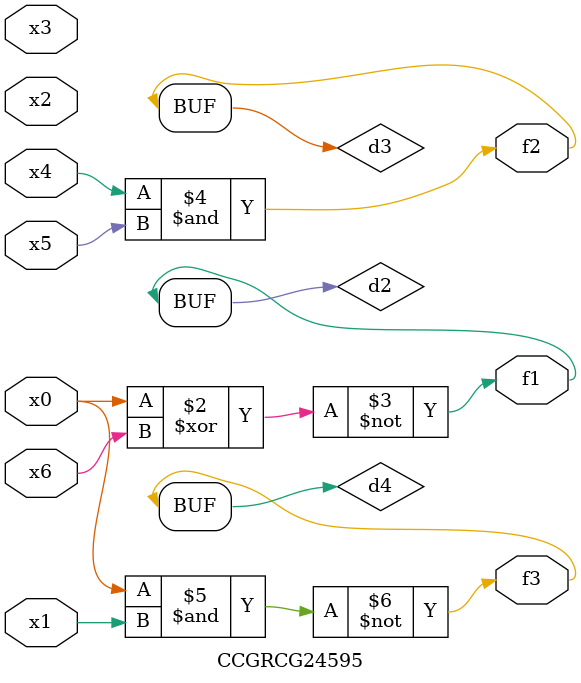
<source format=v>
module CCGRCG24595(
	input x0, x1, x2, x3, x4, x5, x6,
	output f1, f2, f3
);

	wire d1, d2, d3, d4;

	nor (d1, x0);
	xnor (d2, x0, x6);
	and (d3, x4, x5);
	nand (d4, x0, x1);
	assign f1 = d2;
	assign f2 = d3;
	assign f3 = d4;
endmodule

</source>
